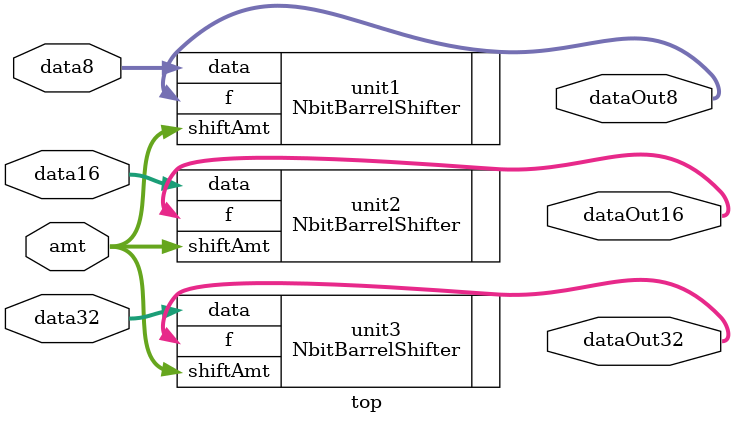
<source format=sv>
`timescale 1ns / 1ps


module top
    (
        input logic [7:0] data8,
        input logic [15:0] data16,
        input logic [31:0] data32,
        input logic [7:0] amt,
        //input logic [3:0] amt16,
        output logic [7:0] dataOut8,
        output logic [15:0] dataOut16,
        output logic [31:0] dataOut32
    );
    
    NbitBarrelShifter unit1 (       .data(data8),
                                                .shiftAmt(amt),
                                                .f(dataOut8)
                                        );
                                        
   NbitBarrelShifter #(.N(16)) unit2    (       .data(data16),
                                                                    .shiftAmt(amt),
                                                                    .f(dataOut16)
                                                            );
                                                         
   NbitBarrelShifter #(.N(32)) unit3    (       .data(data32),
                                                                    .shiftAmt(amt),
                                                                    .f(dataOut32)
                                                            );  
endmodule

</source>
